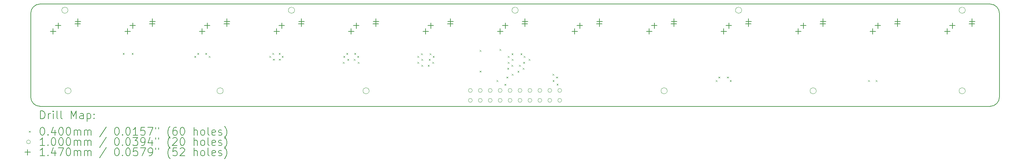
<source format=gbr>
%TF.GenerationSoftware,KiCad,Pcbnew,(6.0.9)*%
%TF.CreationDate,2023-03-10T16:41:16-06:00*%
%TF.ProjectId,Function Keys PCB,46756e63-7469-46f6-9e20-4b6579732050,rev?*%
%TF.SameCoordinates,Original*%
%TF.FileFunction,Drillmap*%
%TF.FilePolarity,Positive*%
%FSLAX45Y45*%
G04 Gerber Fmt 4.5, Leading zero omitted, Abs format (unit mm)*
G04 Created by KiCad (PCBNEW (6.0.9)) date 2023-03-10 16:41:16*
%MOMM*%
%LPD*%
G01*
G04 APERTURE LIST*
%ADD10C,0.100000*%
%ADD11C,0.150000*%
%ADD12C,0.200000*%
%ADD13C,0.040000*%
%ADD14C,0.147000*%
G04 APERTURE END LIST*
D10*
X7223125Y-7223125D02*
G75*
G03*
X7223125Y-7223125I-79375J0D01*
G01*
D11*
X26828750Y-7620000D02*
X2540000Y-7620000D01*
D10*
X20478750Y-5159375D02*
G75*
G03*
X20478750Y-5159375I-79375J0D01*
G01*
D11*
X26828750Y-7619995D02*
G75*
G03*
X27066875Y-7381875I0J238125D01*
G01*
X2301870Y-7381875D02*
G75*
G03*
X2540000Y-7620000I238130J5D01*
G01*
X2540000Y-5000625D02*
G75*
G03*
X2301875Y-5238750I0J-238125D01*
G01*
D10*
X14763750Y-5159375D02*
G75*
G03*
X14763750Y-5159375I-79375J0D01*
G01*
D11*
X27066875Y-5238750D02*
G75*
G03*
X26828750Y-5000625I-238125J0D01*
G01*
D10*
X3333750Y-7223125D02*
G75*
G03*
X3333750Y-7223125I-79375J0D01*
G01*
D11*
X2540000Y-5000625D02*
X26828750Y-5000625D01*
D10*
X18573750Y-7223125D02*
G75*
G03*
X18573750Y-7223125I-79375J0D01*
G01*
X26193750Y-5159375D02*
G75*
G03*
X26193750Y-5159375I-79375J0D01*
G01*
X10953750Y-7223125D02*
G75*
G03*
X10953750Y-7223125I-79375J0D01*
G01*
X9048750Y-5159375D02*
G75*
G03*
X9048750Y-5159375I-79375J0D01*
G01*
X26193750Y-7223125D02*
G75*
G03*
X26193750Y-7223125I-79375J0D01*
G01*
D11*
X2301875Y-7381875D02*
X2301875Y-5238750D01*
D10*
X3254375Y-5159375D02*
G75*
G03*
X3254375Y-5159375I-79375J0D01*
G01*
D11*
X27066875Y-7381875D02*
X27066875Y-5238750D01*
D10*
X22383750Y-7223125D02*
G75*
G03*
X22383750Y-7223125I-79375J0D01*
G01*
D12*
D13*
X4653600Y-6253800D02*
X4693600Y-6293800D01*
X4693600Y-6253800D02*
X4653600Y-6293800D01*
X4882200Y-6253800D02*
X4922200Y-6293800D01*
X4922200Y-6253800D02*
X4882200Y-6293800D01*
X6482400Y-6330000D02*
X6522400Y-6370000D01*
X6522400Y-6330000D02*
X6482400Y-6370000D01*
X6558600Y-6253800D02*
X6598600Y-6293800D01*
X6598600Y-6253800D02*
X6558600Y-6293800D01*
X6761800Y-6253800D02*
X6801800Y-6293800D01*
X6801800Y-6253800D02*
X6761800Y-6293800D01*
X6850700Y-6330000D02*
X6890700Y-6370000D01*
X6890700Y-6330000D02*
X6850700Y-6370000D01*
X8400100Y-6330000D02*
X8440100Y-6370000D01*
X8440100Y-6330000D02*
X8400100Y-6370000D01*
X8476300Y-6253800D02*
X8516300Y-6293800D01*
X8516300Y-6253800D02*
X8476300Y-6293800D01*
X8495925Y-6402450D02*
X8535925Y-6442450D01*
X8535925Y-6402450D02*
X8495925Y-6442450D01*
X8641400Y-6253800D02*
X8681400Y-6293800D01*
X8681400Y-6253800D02*
X8641400Y-6293800D01*
X8646925Y-6402450D02*
X8686925Y-6442450D01*
X8686925Y-6402450D02*
X8646925Y-6442450D01*
X8717600Y-6330000D02*
X8757600Y-6370000D01*
X8757600Y-6330000D02*
X8717600Y-6370000D01*
X10279700Y-6482400D02*
X10319700Y-6522400D01*
X10319700Y-6482400D02*
X10279700Y-6522400D01*
X10292400Y-6330000D02*
X10332400Y-6370000D01*
X10332400Y-6330000D02*
X10292400Y-6370000D01*
X10368600Y-6253800D02*
X10408600Y-6293800D01*
X10408600Y-6253800D02*
X10368600Y-6293800D01*
X10394000Y-6404475D02*
X10434000Y-6444475D01*
X10434000Y-6404475D02*
X10394000Y-6444475D01*
X10559100Y-6406200D02*
X10599100Y-6446200D01*
X10599100Y-6406200D02*
X10559100Y-6446200D01*
X10571800Y-6253800D02*
X10611800Y-6293800D01*
X10611800Y-6253800D02*
X10571800Y-6293800D01*
X10648000Y-6332025D02*
X10688000Y-6372025D01*
X10688000Y-6332025D02*
X10648000Y-6372025D01*
X10660700Y-6482400D02*
X10700700Y-6522400D01*
X10700700Y-6482400D02*
X10660700Y-6522400D01*
X12184700Y-6332025D02*
X12224700Y-6372025D01*
X12224700Y-6332025D02*
X12184700Y-6372025D01*
X12184700Y-6482400D02*
X12224700Y-6522400D01*
X12224700Y-6482400D02*
X12184700Y-6522400D01*
X12279375Y-6259575D02*
X12319375Y-6299575D01*
X12319375Y-6259575D02*
X12279375Y-6299575D01*
X12286300Y-6406200D02*
X12326300Y-6446200D01*
X12326300Y-6406200D02*
X12286300Y-6446200D01*
X12286300Y-6558600D02*
X12326300Y-6598600D01*
X12326300Y-6558600D02*
X12286300Y-6598600D01*
X12451400Y-6558600D02*
X12491400Y-6598600D01*
X12491400Y-6558600D02*
X12451400Y-6598600D01*
X12476800Y-6404475D02*
X12516800Y-6444475D01*
X12516800Y-6404475D02*
X12476800Y-6444475D01*
X12496425Y-6259575D02*
X12536425Y-6299575D01*
X12536425Y-6259575D02*
X12496425Y-6299575D01*
X12565700Y-6482400D02*
X12605700Y-6522400D01*
X12605700Y-6482400D02*
X12565700Y-6522400D01*
X12578400Y-6332025D02*
X12618400Y-6372025D01*
X12618400Y-6332025D02*
X12578400Y-6372025D01*
X13775000Y-6180000D02*
X13815000Y-6220000D01*
X13815000Y-6180000D02*
X13775000Y-6220000D01*
X13775000Y-6707250D02*
X13815000Y-6747250D01*
X13815000Y-6707250D02*
X13775000Y-6747250D01*
X14210000Y-6945000D02*
X14250000Y-6985000D01*
X14250000Y-6945000D02*
X14210000Y-6985000D01*
X14283375Y-6149025D02*
X14323375Y-6189025D01*
X14323375Y-6149025D02*
X14283375Y-6189025D01*
X14415000Y-7045000D02*
X14455000Y-7085000D01*
X14455000Y-7045000D02*
X14415000Y-7085000D01*
X14464425Y-6858632D02*
X14504425Y-6898632D01*
X14504425Y-6858632D02*
X14464425Y-6898632D01*
X14483400Y-6634800D02*
X14523400Y-6674800D01*
X14523400Y-6634800D02*
X14483400Y-6674800D01*
X14496100Y-6332025D02*
X14536100Y-6372025D01*
X14536100Y-6332025D02*
X14496100Y-6372025D01*
X14496100Y-6482400D02*
X14536100Y-6522400D01*
X14536100Y-6482400D02*
X14496100Y-6522400D01*
X14588750Y-6558600D02*
X14628750Y-6598600D01*
X14628750Y-6558600D02*
X14588750Y-6598600D01*
X14593950Y-6259575D02*
X14633950Y-6299575D01*
X14633950Y-6259575D02*
X14593950Y-6299575D01*
X14597700Y-6404475D02*
X14637700Y-6444475D01*
X14637700Y-6404475D02*
X14597700Y-6444475D01*
X14600925Y-6785000D02*
X14640925Y-6825000D01*
X14640925Y-6785000D02*
X14600925Y-6825000D01*
X14745825Y-6710000D02*
X14785825Y-6750000D01*
X14785825Y-6710000D02*
X14745825Y-6750000D01*
X14786825Y-6558600D02*
X14826825Y-6598600D01*
X14826825Y-6558600D02*
X14786825Y-6598600D01*
X14823125Y-6259575D02*
X14863125Y-6299575D01*
X14863125Y-6259575D02*
X14823125Y-6299575D01*
X14877100Y-6634800D02*
X14917100Y-6674800D01*
X14917100Y-6634800D02*
X14877100Y-6674800D01*
X14889800Y-6482400D02*
X14929800Y-6522400D01*
X14929800Y-6482400D02*
X14889800Y-6522400D01*
X14902500Y-6332025D02*
X14942500Y-6372025D01*
X14942500Y-6332025D02*
X14902500Y-6372025D01*
X15029500Y-6404475D02*
X15069500Y-6444475D01*
X15069500Y-6404475D02*
X15029500Y-6444475D01*
X15640000Y-6785000D02*
X15680000Y-6825000D01*
X15680000Y-6785000D02*
X15640000Y-6825000D01*
X15645000Y-6945000D02*
X15685000Y-6985000D01*
X15685000Y-6945000D02*
X15645000Y-6985000D01*
X15733632Y-6858632D02*
X15773632Y-6898632D01*
X15773632Y-6858632D02*
X15733632Y-6898632D01*
X15745000Y-7040000D02*
X15785000Y-7080000D01*
X15785000Y-7040000D02*
X15745000Y-7080000D01*
X19815000Y-6945000D02*
X19855000Y-6985000D01*
X19855000Y-6945000D02*
X19815000Y-6985000D01*
X19885000Y-6860000D02*
X19925000Y-6900000D01*
X19925000Y-6860000D02*
X19885000Y-6900000D01*
X20100000Y-6860000D02*
X20140000Y-6900000D01*
X20140000Y-6860000D02*
X20100000Y-6900000D01*
X20175000Y-6945000D02*
X20215000Y-6985000D01*
X20215000Y-6945000D02*
X20175000Y-6985000D01*
X23710000Y-6945000D02*
X23750000Y-6985000D01*
X23750000Y-6945000D02*
X23710000Y-6985000D01*
X23905000Y-6945000D02*
X23945000Y-6985000D01*
X23945000Y-6945000D02*
X23905000Y-6985000D01*
D10*
X13590875Y-7213750D02*
G75*
G03*
X13590875Y-7213750I-50000J0D01*
G01*
X13590875Y-7467750D02*
G75*
G03*
X13590875Y-7467750I-50000J0D01*
G01*
X13844875Y-7213750D02*
G75*
G03*
X13844875Y-7213750I-50000J0D01*
G01*
X13844875Y-7467750D02*
G75*
G03*
X13844875Y-7467750I-50000J0D01*
G01*
X14098875Y-7213750D02*
G75*
G03*
X14098875Y-7213750I-50000J0D01*
G01*
X14098875Y-7467750D02*
G75*
G03*
X14098875Y-7467750I-50000J0D01*
G01*
X14352875Y-7213750D02*
G75*
G03*
X14352875Y-7213750I-50000J0D01*
G01*
X14352875Y-7467750D02*
G75*
G03*
X14352875Y-7467750I-50000J0D01*
G01*
X14606875Y-7213750D02*
G75*
G03*
X14606875Y-7213750I-50000J0D01*
G01*
X14606875Y-7467750D02*
G75*
G03*
X14606875Y-7467750I-50000J0D01*
G01*
X14860875Y-7213750D02*
G75*
G03*
X14860875Y-7213750I-50000J0D01*
G01*
X14860875Y-7467750D02*
G75*
G03*
X14860875Y-7467750I-50000J0D01*
G01*
X15114875Y-7213750D02*
G75*
G03*
X15114875Y-7213750I-50000J0D01*
G01*
X15114875Y-7467750D02*
G75*
G03*
X15114875Y-7467750I-50000J0D01*
G01*
X15368875Y-7213750D02*
G75*
G03*
X15368875Y-7213750I-50000J0D01*
G01*
X15368875Y-7467750D02*
G75*
G03*
X15368875Y-7467750I-50000J0D01*
G01*
X15622875Y-7213750D02*
G75*
G03*
X15622875Y-7213750I-50000J0D01*
G01*
X15622875Y-7467750D02*
G75*
G03*
X15622875Y-7467750I-50000J0D01*
G01*
X15876875Y-7213750D02*
G75*
G03*
X15876875Y-7213750I-50000J0D01*
G01*
X15876875Y-7467750D02*
G75*
G03*
X15876875Y-7467750I-50000J0D01*
G01*
D14*
X2873375Y-5625625D02*
X2873375Y-5772625D01*
X2799875Y-5699125D02*
X2946875Y-5699125D01*
X3004375Y-5479625D02*
X3004375Y-5626625D01*
X2930875Y-5553125D02*
X3077875Y-5553125D01*
X3504375Y-5429625D02*
X3504375Y-5576625D01*
X3430875Y-5503125D02*
X3577875Y-5503125D01*
X3508375Y-5371625D02*
X3508375Y-5518625D01*
X3434875Y-5445125D02*
X3581875Y-5445125D01*
X4778375Y-5625625D02*
X4778375Y-5772625D01*
X4704875Y-5699125D02*
X4851875Y-5699125D01*
X4909375Y-5479625D02*
X4909375Y-5626625D01*
X4835875Y-5553125D02*
X4982875Y-5553125D01*
X5409375Y-5429625D02*
X5409375Y-5576625D01*
X5335875Y-5503125D02*
X5482875Y-5503125D01*
X5413375Y-5371625D02*
X5413375Y-5518625D01*
X5339875Y-5445125D02*
X5486875Y-5445125D01*
X6683375Y-5625625D02*
X6683375Y-5772625D01*
X6609875Y-5699125D02*
X6756875Y-5699125D01*
X6814375Y-5479625D02*
X6814375Y-5626625D01*
X6740875Y-5553125D02*
X6887875Y-5553125D01*
X7314375Y-5429625D02*
X7314375Y-5576625D01*
X7240875Y-5503125D02*
X7387875Y-5503125D01*
X7318375Y-5371625D02*
X7318375Y-5518625D01*
X7244875Y-5445125D02*
X7391875Y-5445125D01*
X8588375Y-5625625D02*
X8588375Y-5772625D01*
X8514875Y-5699125D02*
X8661875Y-5699125D01*
X8719375Y-5479625D02*
X8719375Y-5626625D01*
X8645875Y-5553125D02*
X8792875Y-5553125D01*
X9219375Y-5429625D02*
X9219375Y-5576625D01*
X9145875Y-5503125D02*
X9292875Y-5503125D01*
X9223375Y-5371625D02*
X9223375Y-5518625D01*
X9149875Y-5445125D02*
X9296875Y-5445125D01*
X10493375Y-5625625D02*
X10493375Y-5772625D01*
X10419875Y-5699125D02*
X10566875Y-5699125D01*
X10624375Y-5479625D02*
X10624375Y-5626625D01*
X10550875Y-5553125D02*
X10697875Y-5553125D01*
X11124375Y-5429625D02*
X11124375Y-5576625D01*
X11050875Y-5503125D02*
X11197875Y-5503125D01*
X11128375Y-5371625D02*
X11128375Y-5518625D01*
X11054875Y-5445125D02*
X11201875Y-5445125D01*
X12398375Y-5625625D02*
X12398375Y-5772625D01*
X12324875Y-5699125D02*
X12471875Y-5699125D01*
X12529375Y-5479625D02*
X12529375Y-5626625D01*
X12455875Y-5553125D02*
X12602875Y-5553125D01*
X13029375Y-5429625D02*
X13029375Y-5576625D01*
X12955875Y-5503125D02*
X13102875Y-5503125D01*
X13033375Y-5371625D02*
X13033375Y-5518625D01*
X12959875Y-5445125D02*
X13106875Y-5445125D01*
X14303375Y-5625625D02*
X14303375Y-5772625D01*
X14229875Y-5699125D02*
X14376875Y-5699125D01*
X14434375Y-5479625D02*
X14434375Y-5626625D01*
X14360875Y-5553125D02*
X14507875Y-5553125D01*
X14934375Y-5429625D02*
X14934375Y-5576625D01*
X14860875Y-5503125D02*
X15007875Y-5503125D01*
X14938375Y-5371625D02*
X14938375Y-5518625D01*
X14864875Y-5445125D02*
X15011875Y-5445125D01*
X16208375Y-5625625D02*
X16208375Y-5772625D01*
X16134875Y-5699125D02*
X16281875Y-5699125D01*
X16339375Y-5479625D02*
X16339375Y-5626625D01*
X16265875Y-5553125D02*
X16412875Y-5553125D01*
X16839375Y-5429625D02*
X16839375Y-5576625D01*
X16765875Y-5503125D02*
X16912875Y-5503125D01*
X16843375Y-5371625D02*
X16843375Y-5518625D01*
X16769875Y-5445125D02*
X16916875Y-5445125D01*
X18113375Y-5625625D02*
X18113375Y-5772625D01*
X18039875Y-5699125D02*
X18186875Y-5699125D01*
X18244375Y-5479625D02*
X18244375Y-5626625D01*
X18170875Y-5553125D02*
X18317875Y-5553125D01*
X18744375Y-5429625D02*
X18744375Y-5576625D01*
X18670875Y-5503125D02*
X18817875Y-5503125D01*
X18748375Y-5371625D02*
X18748375Y-5518625D01*
X18674875Y-5445125D02*
X18821875Y-5445125D01*
X20018375Y-5625625D02*
X20018375Y-5772625D01*
X19944875Y-5699125D02*
X20091875Y-5699125D01*
X20149375Y-5479625D02*
X20149375Y-5626625D01*
X20075875Y-5553125D02*
X20222875Y-5553125D01*
X20649375Y-5429625D02*
X20649375Y-5576625D01*
X20575875Y-5503125D02*
X20722875Y-5503125D01*
X20653375Y-5371625D02*
X20653375Y-5518625D01*
X20579875Y-5445125D02*
X20726875Y-5445125D01*
X21923375Y-5625625D02*
X21923375Y-5772625D01*
X21849875Y-5699125D02*
X21996875Y-5699125D01*
X22054375Y-5479625D02*
X22054375Y-5626625D01*
X21980875Y-5553125D02*
X22127875Y-5553125D01*
X22554375Y-5429625D02*
X22554375Y-5576625D01*
X22480875Y-5503125D02*
X22627875Y-5503125D01*
X22558375Y-5371625D02*
X22558375Y-5518625D01*
X22484875Y-5445125D02*
X22631875Y-5445125D01*
X23828375Y-5625625D02*
X23828375Y-5772625D01*
X23754875Y-5699125D02*
X23901875Y-5699125D01*
X23959375Y-5479625D02*
X23959375Y-5626625D01*
X23885875Y-5553125D02*
X24032875Y-5553125D01*
X24459375Y-5429625D02*
X24459375Y-5576625D01*
X24385875Y-5503125D02*
X24532875Y-5503125D01*
X24463375Y-5371625D02*
X24463375Y-5518625D01*
X24389875Y-5445125D02*
X24536875Y-5445125D01*
X25733375Y-5625625D02*
X25733375Y-5772625D01*
X25659875Y-5699125D02*
X25806875Y-5699125D01*
X25864375Y-5479625D02*
X25864375Y-5626625D01*
X25790875Y-5553125D02*
X25937875Y-5553125D01*
X26364375Y-5429625D02*
X26364375Y-5576625D01*
X26290875Y-5503125D02*
X26437875Y-5503125D01*
X26368375Y-5371625D02*
X26368375Y-5518625D01*
X26294875Y-5445125D02*
X26441875Y-5445125D01*
D12*
X2551994Y-7937976D02*
X2551994Y-7737976D01*
X2599613Y-7737976D01*
X2628185Y-7747500D01*
X2647232Y-7766548D01*
X2656756Y-7785595D01*
X2666280Y-7823690D01*
X2666280Y-7852262D01*
X2656756Y-7890357D01*
X2647232Y-7909405D01*
X2628185Y-7928452D01*
X2599613Y-7937976D01*
X2551994Y-7937976D01*
X2751994Y-7937976D02*
X2751994Y-7804643D01*
X2751994Y-7842738D02*
X2761518Y-7823690D01*
X2771042Y-7814167D01*
X2790089Y-7804643D01*
X2809137Y-7804643D01*
X2875803Y-7937976D02*
X2875803Y-7804643D01*
X2875803Y-7737976D02*
X2866280Y-7747500D01*
X2875803Y-7757024D01*
X2885327Y-7747500D01*
X2875803Y-7737976D01*
X2875803Y-7757024D01*
X2999613Y-7937976D02*
X2980565Y-7928452D01*
X2971042Y-7909405D01*
X2971042Y-7737976D01*
X3104375Y-7937976D02*
X3085327Y-7928452D01*
X3075803Y-7909405D01*
X3075803Y-7737976D01*
X3332946Y-7937976D02*
X3332946Y-7737976D01*
X3399613Y-7880833D01*
X3466280Y-7737976D01*
X3466280Y-7937976D01*
X3647232Y-7937976D02*
X3647232Y-7833214D01*
X3637708Y-7814167D01*
X3618661Y-7804643D01*
X3580565Y-7804643D01*
X3561518Y-7814167D01*
X3647232Y-7928452D02*
X3628184Y-7937976D01*
X3580565Y-7937976D01*
X3561518Y-7928452D01*
X3551994Y-7909405D01*
X3551994Y-7890357D01*
X3561518Y-7871309D01*
X3580565Y-7861786D01*
X3628184Y-7861786D01*
X3647232Y-7852262D01*
X3742470Y-7804643D02*
X3742470Y-8004643D01*
X3742470Y-7814167D02*
X3761518Y-7804643D01*
X3799613Y-7804643D01*
X3818661Y-7814167D01*
X3828184Y-7823690D01*
X3837708Y-7842738D01*
X3837708Y-7899881D01*
X3828184Y-7918928D01*
X3818661Y-7928452D01*
X3799613Y-7937976D01*
X3761518Y-7937976D01*
X3742470Y-7928452D01*
X3923423Y-7918928D02*
X3932946Y-7928452D01*
X3923423Y-7937976D01*
X3913899Y-7928452D01*
X3923423Y-7918928D01*
X3923423Y-7937976D01*
X3923423Y-7814167D02*
X3932946Y-7823690D01*
X3923423Y-7833214D01*
X3913899Y-7823690D01*
X3923423Y-7814167D01*
X3923423Y-7833214D01*
D13*
X2254375Y-8247500D02*
X2294375Y-8287500D01*
X2294375Y-8247500D02*
X2254375Y-8287500D01*
D12*
X2590089Y-8157976D02*
X2609137Y-8157976D01*
X2628185Y-8167500D01*
X2637708Y-8177024D01*
X2647232Y-8196071D01*
X2656756Y-8234167D01*
X2656756Y-8281786D01*
X2647232Y-8319881D01*
X2637708Y-8338928D01*
X2628185Y-8348452D01*
X2609137Y-8357976D01*
X2590089Y-8357976D01*
X2571042Y-8348452D01*
X2561518Y-8338928D01*
X2551994Y-8319881D01*
X2542470Y-8281786D01*
X2542470Y-8234167D01*
X2551994Y-8196071D01*
X2561518Y-8177024D01*
X2571042Y-8167500D01*
X2590089Y-8157976D01*
X2742470Y-8338928D02*
X2751994Y-8348452D01*
X2742470Y-8357976D01*
X2732946Y-8348452D01*
X2742470Y-8338928D01*
X2742470Y-8357976D01*
X2923423Y-8224643D02*
X2923423Y-8357976D01*
X2875803Y-8148452D02*
X2828184Y-8291309D01*
X2951994Y-8291309D01*
X3066280Y-8157976D02*
X3085327Y-8157976D01*
X3104375Y-8167500D01*
X3113899Y-8177024D01*
X3123423Y-8196071D01*
X3132946Y-8234167D01*
X3132946Y-8281786D01*
X3123423Y-8319881D01*
X3113899Y-8338928D01*
X3104375Y-8348452D01*
X3085327Y-8357976D01*
X3066280Y-8357976D01*
X3047232Y-8348452D01*
X3037708Y-8338928D01*
X3028184Y-8319881D01*
X3018661Y-8281786D01*
X3018661Y-8234167D01*
X3028184Y-8196071D01*
X3037708Y-8177024D01*
X3047232Y-8167500D01*
X3066280Y-8157976D01*
X3256756Y-8157976D02*
X3275803Y-8157976D01*
X3294851Y-8167500D01*
X3304375Y-8177024D01*
X3313899Y-8196071D01*
X3323423Y-8234167D01*
X3323423Y-8281786D01*
X3313899Y-8319881D01*
X3304375Y-8338928D01*
X3294851Y-8348452D01*
X3275803Y-8357976D01*
X3256756Y-8357976D01*
X3237708Y-8348452D01*
X3228184Y-8338928D01*
X3218661Y-8319881D01*
X3209137Y-8281786D01*
X3209137Y-8234167D01*
X3218661Y-8196071D01*
X3228184Y-8177024D01*
X3237708Y-8167500D01*
X3256756Y-8157976D01*
X3409137Y-8357976D02*
X3409137Y-8224643D01*
X3409137Y-8243690D02*
X3418661Y-8234167D01*
X3437708Y-8224643D01*
X3466280Y-8224643D01*
X3485327Y-8234167D01*
X3494851Y-8253214D01*
X3494851Y-8357976D01*
X3494851Y-8253214D02*
X3504375Y-8234167D01*
X3523423Y-8224643D01*
X3551994Y-8224643D01*
X3571042Y-8234167D01*
X3580565Y-8253214D01*
X3580565Y-8357976D01*
X3675803Y-8357976D02*
X3675803Y-8224643D01*
X3675803Y-8243690D02*
X3685327Y-8234167D01*
X3704375Y-8224643D01*
X3732946Y-8224643D01*
X3751994Y-8234167D01*
X3761518Y-8253214D01*
X3761518Y-8357976D01*
X3761518Y-8253214D02*
X3771042Y-8234167D01*
X3790089Y-8224643D01*
X3818661Y-8224643D01*
X3837708Y-8234167D01*
X3847232Y-8253214D01*
X3847232Y-8357976D01*
X4237708Y-8148452D02*
X4066280Y-8405595D01*
X4494851Y-8157976D02*
X4513899Y-8157976D01*
X4532946Y-8167500D01*
X4542470Y-8177024D01*
X4551994Y-8196071D01*
X4561518Y-8234167D01*
X4561518Y-8281786D01*
X4551994Y-8319881D01*
X4542470Y-8338928D01*
X4532946Y-8348452D01*
X4513899Y-8357976D01*
X4494851Y-8357976D01*
X4475804Y-8348452D01*
X4466280Y-8338928D01*
X4456756Y-8319881D01*
X4447232Y-8281786D01*
X4447232Y-8234167D01*
X4456756Y-8196071D01*
X4466280Y-8177024D01*
X4475804Y-8167500D01*
X4494851Y-8157976D01*
X4647232Y-8338928D02*
X4656756Y-8348452D01*
X4647232Y-8357976D01*
X4637708Y-8348452D01*
X4647232Y-8338928D01*
X4647232Y-8357976D01*
X4780565Y-8157976D02*
X4799613Y-8157976D01*
X4818661Y-8167500D01*
X4828185Y-8177024D01*
X4837708Y-8196071D01*
X4847232Y-8234167D01*
X4847232Y-8281786D01*
X4837708Y-8319881D01*
X4828185Y-8338928D01*
X4818661Y-8348452D01*
X4799613Y-8357976D01*
X4780565Y-8357976D01*
X4761518Y-8348452D01*
X4751994Y-8338928D01*
X4742470Y-8319881D01*
X4732946Y-8281786D01*
X4732946Y-8234167D01*
X4742470Y-8196071D01*
X4751994Y-8177024D01*
X4761518Y-8167500D01*
X4780565Y-8157976D01*
X5037708Y-8357976D02*
X4923423Y-8357976D01*
X4980565Y-8357976D02*
X4980565Y-8157976D01*
X4961518Y-8186548D01*
X4942470Y-8205595D01*
X4923423Y-8215119D01*
X5218661Y-8157976D02*
X5123423Y-8157976D01*
X5113899Y-8253214D01*
X5123423Y-8243690D01*
X5142470Y-8234167D01*
X5190089Y-8234167D01*
X5209137Y-8243690D01*
X5218661Y-8253214D01*
X5228185Y-8272262D01*
X5228185Y-8319881D01*
X5218661Y-8338928D01*
X5209137Y-8348452D01*
X5190089Y-8357976D01*
X5142470Y-8357976D01*
X5123423Y-8348452D01*
X5113899Y-8338928D01*
X5294851Y-8157976D02*
X5428185Y-8157976D01*
X5342470Y-8357976D01*
X5494851Y-8157976D02*
X5494851Y-8196071D01*
X5571042Y-8157976D02*
X5571042Y-8196071D01*
X5866280Y-8434167D02*
X5856756Y-8424643D01*
X5837708Y-8396071D01*
X5828184Y-8377024D01*
X5818661Y-8348452D01*
X5809137Y-8300833D01*
X5809137Y-8262738D01*
X5818661Y-8215119D01*
X5828184Y-8186548D01*
X5837708Y-8167500D01*
X5856756Y-8138928D01*
X5866280Y-8129405D01*
X6028184Y-8157976D02*
X5990089Y-8157976D01*
X5971042Y-8167500D01*
X5961518Y-8177024D01*
X5942470Y-8205595D01*
X5932946Y-8243690D01*
X5932946Y-8319881D01*
X5942470Y-8338928D01*
X5951994Y-8348452D01*
X5971042Y-8357976D01*
X6009137Y-8357976D01*
X6028184Y-8348452D01*
X6037708Y-8338928D01*
X6047232Y-8319881D01*
X6047232Y-8272262D01*
X6037708Y-8253214D01*
X6028184Y-8243690D01*
X6009137Y-8234167D01*
X5971042Y-8234167D01*
X5951994Y-8243690D01*
X5942470Y-8253214D01*
X5932946Y-8272262D01*
X6171042Y-8157976D02*
X6190089Y-8157976D01*
X6209137Y-8167500D01*
X6218661Y-8177024D01*
X6228184Y-8196071D01*
X6237708Y-8234167D01*
X6237708Y-8281786D01*
X6228184Y-8319881D01*
X6218661Y-8338928D01*
X6209137Y-8348452D01*
X6190089Y-8357976D01*
X6171042Y-8357976D01*
X6151994Y-8348452D01*
X6142470Y-8338928D01*
X6132946Y-8319881D01*
X6123423Y-8281786D01*
X6123423Y-8234167D01*
X6132946Y-8196071D01*
X6142470Y-8177024D01*
X6151994Y-8167500D01*
X6171042Y-8157976D01*
X6475803Y-8357976D02*
X6475803Y-8157976D01*
X6561518Y-8357976D02*
X6561518Y-8253214D01*
X6551994Y-8234167D01*
X6532946Y-8224643D01*
X6504375Y-8224643D01*
X6485327Y-8234167D01*
X6475803Y-8243690D01*
X6685327Y-8357976D02*
X6666280Y-8348452D01*
X6656756Y-8338928D01*
X6647232Y-8319881D01*
X6647232Y-8262738D01*
X6656756Y-8243690D01*
X6666280Y-8234167D01*
X6685327Y-8224643D01*
X6713899Y-8224643D01*
X6732946Y-8234167D01*
X6742470Y-8243690D01*
X6751994Y-8262738D01*
X6751994Y-8319881D01*
X6742470Y-8338928D01*
X6732946Y-8348452D01*
X6713899Y-8357976D01*
X6685327Y-8357976D01*
X6866280Y-8357976D02*
X6847232Y-8348452D01*
X6837708Y-8329405D01*
X6837708Y-8157976D01*
X7018661Y-8348452D02*
X6999613Y-8357976D01*
X6961518Y-8357976D01*
X6942470Y-8348452D01*
X6932946Y-8329405D01*
X6932946Y-8253214D01*
X6942470Y-8234167D01*
X6961518Y-8224643D01*
X6999613Y-8224643D01*
X7018661Y-8234167D01*
X7028184Y-8253214D01*
X7028184Y-8272262D01*
X6932946Y-8291309D01*
X7104375Y-8348452D02*
X7123423Y-8357976D01*
X7161518Y-8357976D01*
X7180565Y-8348452D01*
X7190089Y-8329405D01*
X7190089Y-8319881D01*
X7180565Y-8300833D01*
X7161518Y-8291309D01*
X7132946Y-8291309D01*
X7113899Y-8281786D01*
X7104375Y-8262738D01*
X7104375Y-8253214D01*
X7113899Y-8234167D01*
X7132946Y-8224643D01*
X7161518Y-8224643D01*
X7180565Y-8234167D01*
X7256756Y-8434167D02*
X7266280Y-8424643D01*
X7285327Y-8396071D01*
X7294851Y-8377024D01*
X7304375Y-8348452D01*
X7313899Y-8300833D01*
X7313899Y-8262738D01*
X7304375Y-8215119D01*
X7294851Y-8186548D01*
X7285327Y-8167500D01*
X7266280Y-8138928D01*
X7256756Y-8129405D01*
D10*
X2294375Y-8531500D02*
G75*
G03*
X2294375Y-8531500I-50000J0D01*
G01*
D12*
X2656756Y-8621976D02*
X2542470Y-8621976D01*
X2599613Y-8621976D02*
X2599613Y-8421976D01*
X2580565Y-8450548D01*
X2561518Y-8469595D01*
X2542470Y-8479119D01*
X2742470Y-8602929D02*
X2751994Y-8612452D01*
X2742470Y-8621976D01*
X2732946Y-8612452D01*
X2742470Y-8602929D01*
X2742470Y-8621976D01*
X2875803Y-8421976D02*
X2894851Y-8421976D01*
X2913899Y-8431500D01*
X2923423Y-8441024D01*
X2932946Y-8460071D01*
X2942470Y-8498167D01*
X2942470Y-8545786D01*
X2932946Y-8583881D01*
X2923423Y-8602929D01*
X2913899Y-8612452D01*
X2894851Y-8621976D01*
X2875803Y-8621976D01*
X2856756Y-8612452D01*
X2847232Y-8602929D01*
X2837708Y-8583881D01*
X2828184Y-8545786D01*
X2828184Y-8498167D01*
X2837708Y-8460071D01*
X2847232Y-8441024D01*
X2856756Y-8431500D01*
X2875803Y-8421976D01*
X3066280Y-8421976D02*
X3085327Y-8421976D01*
X3104375Y-8431500D01*
X3113899Y-8441024D01*
X3123423Y-8460071D01*
X3132946Y-8498167D01*
X3132946Y-8545786D01*
X3123423Y-8583881D01*
X3113899Y-8602929D01*
X3104375Y-8612452D01*
X3085327Y-8621976D01*
X3066280Y-8621976D01*
X3047232Y-8612452D01*
X3037708Y-8602929D01*
X3028184Y-8583881D01*
X3018661Y-8545786D01*
X3018661Y-8498167D01*
X3028184Y-8460071D01*
X3037708Y-8441024D01*
X3047232Y-8431500D01*
X3066280Y-8421976D01*
X3256756Y-8421976D02*
X3275803Y-8421976D01*
X3294851Y-8431500D01*
X3304375Y-8441024D01*
X3313899Y-8460071D01*
X3323423Y-8498167D01*
X3323423Y-8545786D01*
X3313899Y-8583881D01*
X3304375Y-8602929D01*
X3294851Y-8612452D01*
X3275803Y-8621976D01*
X3256756Y-8621976D01*
X3237708Y-8612452D01*
X3228184Y-8602929D01*
X3218661Y-8583881D01*
X3209137Y-8545786D01*
X3209137Y-8498167D01*
X3218661Y-8460071D01*
X3228184Y-8441024D01*
X3237708Y-8431500D01*
X3256756Y-8421976D01*
X3409137Y-8621976D02*
X3409137Y-8488643D01*
X3409137Y-8507690D02*
X3418661Y-8498167D01*
X3437708Y-8488643D01*
X3466280Y-8488643D01*
X3485327Y-8498167D01*
X3494851Y-8517214D01*
X3494851Y-8621976D01*
X3494851Y-8517214D02*
X3504375Y-8498167D01*
X3523423Y-8488643D01*
X3551994Y-8488643D01*
X3571042Y-8498167D01*
X3580565Y-8517214D01*
X3580565Y-8621976D01*
X3675803Y-8621976D02*
X3675803Y-8488643D01*
X3675803Y-8507690D02*
X3685327Y-8498167D01*
X3704375Y-8488643D01*
X3732946Y-8488643D01*
X3751994Y-8498167D01*
X3761518Y-8517214D01*
X3761518Y-8621976D01*
X3761518Y-8517214D02*
X3771042Y-8498167D01*
X3790089Y-8488643D01*
X3818661Y-8488643D01*
X3837708Y-8498167D01*
X3847232Y-8517214D01*
X3847232Y-8621976D01*
X4237708Y-8412452D02*
X4066280Y-8669595D01*
X4494851Y-8421976D02*
X4513899Y-8421976D01*
X4532946Y-8431500D01*
X4542470Y-8441024D01*
X4551994Y-8460071D01*
X4561518Y-8498167D01*
X4561518Y-8545786D01*
X4551994Y-8583881D01*
X4542470Y-8602929D01*
X4532946Y-8612452D01*
X4513899Y-8621976D01*
X4494851Y-8621976D01*
X4475804Y-8612452D01*
X4466280Y-8602929D01*
X4456756Y-8583881D01*
X4447232Y-8545786D01*
X4447232Y-8498167D01*
X4456756Y-8460071D01*
X4466280Y-8441024D01*
X4475804Y-8431500D01*
X4494851Y-8421976D01*
X4647232Y-8602929D02*
X4656756Y-8612452D01*
X4647232Y-8621976D01*
X4637708Y-8612452D01*
X4647232Y-8602929D01*
X4647232Y-8621976D01*
X4780565Y-8421976D02*
X4799613Y-8421976D01*
X4818661Y-8431500D01*
X4828185Y-8441024D01*
X4837708Y-8460071D01*
X4847232Y-8498167D01*
X4847232Y-8545786D01*
X4837708Y-8583881D01*
X4828185Y-8602929D01*
X4818661Y-8612452D01*
X4799613Y-8621976D01*
X4780565Y-8621976D01*
X4761518Y-8612452D01*
X4751994Y-8602929D01*
X4742470Y-8583881D01*
X4732946Y-8545786D01*
X4732946Y-8498167D01*
X4742470Y-8460071D01*
X4751994Y-8441024D01*
X4761518Y-8431500D01*
X4780565Y-8421976D01*
X4913899Y-8421976D02*
X5037708Y-8421976D01*
X4971042Y-8498167D01*
X4999613Y-8498167D01*
X5018661Y-8507690D01*
X5028185Y-8517214D01*
X5037708Y-8536262D01*
X5037708Y-8583881D01*
X5028185Y-8602929D01*
X5018661Y-8612452D01*
X4999613Y-8621976D01*
X4942470Y-8621976D01*
X4923423Y-8612452D01*
X4913899Y-8602929D01*
X5132946Y-8621976D02*
X5171042Y-8621976D01*
X5190089Y-8612452D01*
X5199613Y-8602929D01*
X5218661Y-8574357D01*
X5228185Y-8536262D01*
X5228185Y-8460071D01*
X5218661Y-8441024D01*
X5209137Y-8431500D01*
X5190089Y-8421976D01*
X5151994Y-8421976D01*
X5132946Y-8431500D01*
X5123423Y-8441024D01*
X5113899Y-8460071D01*
X5113899Y-8507690D01*
X5123423Y-8526738D01*
X5132946Y-8536262D01*
X5151994Y-8545786D01*
X5190089Y-8545786D01*
X5209137Y-8536262D01*
X5218661Y-8526738D01*
X5228185Y-8507690D01*
X5399613Y-8488643D02*
X5399613Y-8621976D01*
X5351994Y-8412452D02*
X5304375Y-8555310D01*
X5428185Y-8555310D01*
X5494851Y-8421976D02*
X5494851Y-8460071D01*
X5571042Y-8421976D02*
X5571042Y-8460071D01*
X5866280Y-8698167D02*
X5856756Y-8688643D01*
X5837708Y-8660071D01*
X5828184Y-8641024D01*
X5818661Y-8612452D01*
X5809137Y-8564833D01*
X5809137Y-8526738D01*
X5818661Y-8479119D01*
X5828184Y-8450548D01*
X5837708Y-8431500D01*
X5856756Y-8402929D01*
X5866280Y-8393405D01*
X5932946Y-8441024D02*
X5942470Y-8431500D01*
X5961518Y-8421976D01*
X6009137Y-8421976D01*
X6028184Y-8431500D01*
X6037708Y-8441024D01*
X6047232Y-8460071D01*
X6047232Y-8479119D01*
X6037708Y-8507690D01*
X5923423Y-8621976D01*
X6047232Y-8621976D01*
X6171042Y-8421976D02*
X6190089Y-8421976D01*
X6209137Y-8431500D01*
X6218661Y-8441024D01*
X6228184Y-8460071D01*
X6237708Y-8498167D01*
X6237708Y-8545786D01*
X6228184Y-8583881D01*
X6218661Y-8602929D01*
X6209137Y-8612452D01*
X6190089Y-8621976D01*
X6171042Y-8621976D01*
X6151994Y-8612452D01*
X6142470Y-8602929D01*
X6132946Y-8583881D01*
X6123423Y-8545786D01*
X6123423Y-8498167D01*
X6132946Y-8460071D01*
X6142470Y-8441024D01*
X6151994Y-8431500D01*
X6171042Y-8421976D01*
X6475803Y-8621976D02*
X6475803Y-8421976D01*
X6561518Y-8621976D02*
X6561518Y-8517214D01*
X6551994Y-8498167D01*
X6532946Y-8488643D01*
X6504375Y-8488643D01*
X6485327Y-8498167D01*
X6475803Y-8507690D01*
X6685327Y-8621976D02*
X6666280Y-8612452D01*
X6656756Y-8602929D01*
X6647232Y-8583881D01*
X6647232Y-8526738D01*
X6656756Y-8507690D01*
X6666280Y-8498167D01*
X6685327Y-8488643D01*
X6713899Y-8488643D01*
X6732946Y-8498167D01*
X6742470Y-8507690D01*
X6751994Y-8526738D01*
X6751994Y-8583881D01*
X6742470Y-8602929D01*
X6732946Y-8612452D01*
X6713899Y-8621976D01*
X6685327Y-8621976D01*
X6866280Y-8621976D02*
X6847232Y-8612452D01*
X6837708Y-8593405D01*
X6837708Y-8421976D01*
X7018661Y-8612452D02*
X6999613Y-8621976D01*
X6961518Y-8621976D01*
X6942470Y-8612452D01*
X6932946Y-8593405D01*
X6932946Y-8517214D01*
X6942470Y-8498167D01*
X6961518Y-8488643D01*
X6999613Y-8488643D01*
X7018661Y-8498167D01*
X7028184Y-8517214D01*
X7028184Y-8536262D01*
X6932946Y-8555310D01*
X7104375Y-8612452D02*
X7123423Y-8621976D01*
X7161518Y-8621976D01*
X7180565Y-8612452D01*
X7190089Y-8593405D01*
X7190089Y-8583881D01*
X7180565Y-8564833D01*
X7161518Y-8555310D01*
X7132946Y-8555310D01*
X7113899Y-8545786D01*
X7104375Y-8526738D01*
X7104375Y-8517214D01*
X7113899Y-8498167D01*
X7132946Y-8488643D01*
X7161518Y-8488643D01*
X7180565Y-8498167D01*
X7256756Y-8698167D02*
X7266280Y-8688643D01*
X7285327Y-8660071D01*
X7294851Y-8641024D01*
X7304375Y-8612452D01*
X7313899Y-8564833D01*
X7313899Y-8526738D01*
X7304375Y-8479119D01*
X7294851Y-8450548D01*
X7285327Y-8431500D01*
X7266280Y-8402929D01*
X7256756Y-8393405D01*
D14*
X2220875Y-8722000D02*
X2220875Y-8869000D01*
X2147375Y-8795500D02*
X2294375Y-8795500D01*
D12*
X2656756Y-8885976D02*
X2542470Y-8885976D01*
X2599613Y-8885976D02*
X2599613Y-8685976D01*
X2580565Y-8714548D01*
X2561518Y-8733595D01*
X2542470Y-8743119D01*
X2742470Y-8866929D02*
X2751994Y-8876452D01*
X2742470Y-8885976D01*
X2732946Y-8876452D01*
X2742470Y-8866929D01*
X2742470Y-8885976D01*
X2923423Y-8752643D02*
X2923423Y-8885976D01*
X2875803Y-8676452D02*
X2828184Y-8819310D01*
X2951994Y-8819310D01*
X3009137Y-8685976D02*
X3142470Y-8685976D01*
X3056756Y-8885976D01*
X3256756Y-8685976D02*
X3275803Y-8685976D01*
X3294851Y-8695500D01*
X3304375Y-8705024D01*
X3313899Y-8724071D01*
X3323423Y-8762167D01*
X3323423Y-8809786D01*
X3313899Y-8847881D01*
X3304375Y-8866929D01*
X3294851Y-8876452D01*
X3275803Y-8885976D01*
X3256756Y-8885976D01*
X3237708Y-8876452D01*
X3228184Y-8866929D01*
X3218661Y-8847881D01*
X3209137Y-8809786D01*
X3209137Y-8762167D01*
X3218661Y-8724071D01*
X3228184Y-8705024D01*
X3237708Y-8695500D01*
X3256756Y-8685976D01*
X3409137Y-8885976D02*
X3409137Y-8752643D01*
X3409137Y-8771690D02*
X3418661Y-8762167D01*
X3437708Y-8752643D01*
X3466280Y-8752643D01*
X3485327Y-8762167D01*
X3494851Y-8781214D01*
X3494851Y-8885976D01*
X3494851Y-8781214D02*
X3504375Y-8762167D01*
X3523423Y-8752643D01*
X3551994Y-8752643D01*
X3571042Y-8762167D01*
X3580565Y-8781214D01*
X3580565Y-8885976D01*
X3675803Y-8885976D02*
X3675803Y-8752643D01*
X3675803Y-8771690D02*
X3685327Y-8762167D01*
X3704375Y-8752643D01*
X3732946Y-8752643D01*
X3751994Y-8762167D01*
X3761518Y-8781214D01*
X3761518Y-8885976D01*
X3761518Y-8781214D02*
X3771042Y-8762167D01*
X3790089Y-8752643D01*
X3818661Y-8752643D01*
X3837708Y-8762167D01*
X3847232Y-8781214D01*
X3847232Y-8885976D01*
X4237708Y-8676452D02*
X4066280Y-8933595D01*
X4494851Y-8685976D02*
X4513899Y-8685976D01*
X4532946Y-8695500D01*
X4542470Y-8705024D01*
X4551994Y-8724071D01*
X4561518Y-8762167D01*
X4561518Y-8809786D01*
X4551994Y-8847881D01*
X4542470Y-8866929D01*
X4532946Y-8876452D01*
X4513899Y-8885976D01*
X4494851Y-8885976D01*
X4475804Y-8876452D01*
X4466280Y-8866929D01*
X4456756Y-8847881D01*
X4447232Y-8809786D01*
X4447232Y-8762167D01*
X4456756Y-8724071D01*
X4466280Y-8705024D01*
X4475804Y-8695500D01*
X4494851Y-8685976D01*
X4647232Y-8866929D02*
X4656756Y-8876452D01*
X4647232Y-8885976D01*
X4637708Y-8876452D01*
X4647232Y-8866929D01*
X4647232Y-8885976D01*
X4780565Y-8685976D02*
X4799613Y-8685976D01*
X4818661Y-8695500D01*
X4828185Y-8705024D01*
X4837708Y-8724071D01*
X4847232Y-8762167D01*
X4847232Y-8809786D01*
X4837708Y-8847881D01*
X4828185Y-8866929D01*
X4818661Y-8876452D01*
X4799613Y-8885976D01*
X4780565Y-8885976D01*
X4761518Y-8876452D01*
X4751994Y-8866929D01*
X4742470Y-8847881D01*
X4732946Y-8809786D01*
X4732946Y-8762167D01*
X4742470Y-8724071D01*
X4751994Y-8705024D01*
X4761518Y-8695500D01*
X4780565Y-8685976D01*
X5028185Y-8685976D02*
X4932946Y-8685976D01*
X4923423Y-8781214D01*
X4932946Y-8771690D01*
X4951994Y-8762167D01*
X4999613Y-8762167D01*
X5018661Y-8771690D01*
X5028185Y-8781214D01*
X5037708Y-8800262D01*
X5037708Y-8847881D01*
X5028185Y-8866929D01*
X5018661Y-8876452D01*
X4999613Y-8885976D01*
X4951994Y-8885976D01*
X4932946Y-8876452D01*
X4923423Y-8866929D01*
X5104375Y-8685976D02*
X5237708Y-8685976D01*
X5151994Y-8885976D01*
X5323423Y-8885976D02*
X5361518Y-8885976D01*
X5380565Y-8876452D01*
X5390089Y-8866929D01*
X5409137Y-8838357D01*
X5418661Y-8800262D01*
X5418661Y-8724071D01*
X5409137Y-8705024D01*
X5399613Y-8695500D01*
X5380565Y-8685976D01*
X5342470Y-8685976D01*
X5323423Y-8695500D01*
X5313899Y-8705024D01*
X5304375Y-8724071D01*
X5304375Y-8771690D01*
X5313899Y-8790738D01*
X5323423Y-8800262D01*
X5342470Y-8809786D01*
X5380565Y-8809786D01*
X5399613Y-8800262D01*
X5409137Y-8790738D01*
X5418661Y-8771690D01*
X5494851Y-8685976D02*
X5494851Y-8724071D01*
X5571042Y-8685976D02*
X5571042Y-8724071D01*
X5866280Y-8962167D02*
X5856756Y-8952643D01*
X5837708Y-8924071D01*
X5828184Y-8905024D01*
X5818661Y-8876452D01*
X5809137Y-8828833D01*
X5809137Y-8790738D01*
X5818661Y-8743119D01*
X5828184Y-8714548D01*
X5837708Y-8695500D01*
X5856756Y-8666929D01*
X5866280Y-8657405D01*
X6037708Y-8685976D02*
X5942470Y-8685976D01*
X5932946Y-8781214D01*
X5942470Y-8771690D01*
X5961518Y-8762167D01*
X6009137Y-8762167D01*
X6028184Y-8771690D01*
X6037708Y-8781214D01*
X6047232Y-8800262D01*
X6047232Y-8847881D01*
X6037708Y-8866929D01*
X6028184Y-8876452D01*
X6009137Y-8885976D01*
X5961518Y-8885976D01*
X5942470Y-8876452D01*
X5932946Y-8866929D01*
X6123423Y-8705024D02*
X6132946Y-8695500D01*
X6151994Y-8685976D01*
X6199613Y-8685976D01*
X6218661Y-8695500D01*
X6228184Y-8705024D01*
X6237708Y-8724071D01*
X6237708Y-8743119D01*
X6228184Y-8771690D01*
X6113899Y-8885976D01*
X6237708Y-8885976D01*
X6475803Y-8885976D02*
X6475803Y-8685976D01*
X6561518Y-8885976D02*
X6561518Y-8781214D01*
X6551994Y-8762167D01*
X6532946Y-8752643D01*
X6504375Y-8752643D01*
X6485327Y-8762167D01*
X6475803Y-8771690D01*
X6685327Y-8885976D02*
X6666280Y-8876452D01*
X6656756Y-8866929D01*
X6647232Y-8847881D01*
X6647232Y-8790738D01*
X6656756Y-8771690D01*
X6666280Y-8762167D01*
X6685327Y-8752643D01*
X6713899Y-8752643D01*
X6732946Y-8762167D01*
X6742470Y-8771690D01*
X6751994Y-8790738D01*
X6751994Y-8847881D01*
X6742470Y-8866929D01*
X6732946Y-8876452D01*
X6713899Y-8885976D01*
X6685327Y-8885976D01*
X6866280Y-8885976D02*
X6847232Y-8876452D01*
X6837708Y-8857405D01*
X6837708Y-8685976D01*
X7018661Y-8876452D02*
X6999613Y-8885976D01*
X6961518Y-8885976D01*
X6942470Y-8876452D01*
X6932946Y-8857405D01*
X6932946Y-8781214D01*
X6942470Y-8762167D01*
X6961518Y-8752643D01*
X6999613Y-8752643D01*
X7018661Y-8762167D01*
X7028184Y-8781214D01*
X7028184Y-8800262D01*
X6932946Y-8819310D01*
X7104375Y-8876452D02*
X7123423Y-8885976D01*
X7161518Y-8885976D01*
X7180565Y-8876452D01*
X7190089Y-8857405D01*
X7190089Y-8847881D01*
X7180565Y-8828833D01*
X7161518Y-8819310D01*
X7132946Y-8819310D01*
X7113899Y-8809786D01*
X7104375Y-8790738D01*
X7104375Y-8781214D01*
X7113899Y-8762167D01*
X7132946Y-8752643D01*
X7161518Y-8752643D01*
X7180565Y-8762167D01*
X7256756Y-8962167D02*
X7266280Y-8952643D01*
X7285327Y-8924071D01*
X7294851Y-8905024D01*
X7304375Y-8876452D01*
X7313899Y-8828833D01*
X7313899Y-8790738D01*
X7304375Y-8743119D01*
X7294851Y-8714548D01*
X7285327Y-8695500D01*
X7266280Y-8666929D01*
X7256756Y-8657405D01*
M02*

</source>
